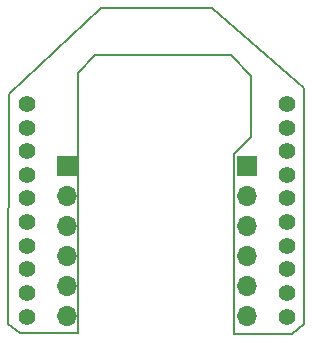
<source format=gts>
G04 #@! TF.GenerationSoftware,KiCad,Pcbnew,7.99.0-unknown-556120554e~172~ubuntu22.04.1*
G04 #@! TF.CreationDate,2023-08-17T23:45:12+09:00*
G04 #@! TF.ProjectId,bGeigieCast V1.6.0(StampS3),62476569-6769-4654-9361-73742056312e,rev?*
G04 #@! TF.SameCoordinates,Original*
G04 #@! TF.FileFunction,Soldermask,Top*
G04 #@! TF.FilePolarity,Negative*
%FSLAX46Y46*%
G04 Gerber Fmt 4.6, Leading zero omitted, Abs format (unit mm)*
G04 Created by KiCad (PCBNEW 7.99.0-unknown-556120554e~172~ubuntu22.04.1) date 2023-08-17 23:45:12*
%MOMM*%
%LPD*%
G01*
G04 APERTURE LIST*
%ADD10C,1.400000*%
%ADD11R,1.700000X1.700000*%
%ADD12O,1.700000X1.700000*%
G04 #@! TA.AperFunction,Profile*
%ADD13C,0.150000*%
G04 #@! TD*
G04 APERTURE END LIST*
D10*
X137400000Y-99350000D03*
X137400000Y-101350000D03*
X137400000Y-103350000D03*
X137400000Y-105350000D03*
X137400000Y-107350000D03*
X137400000Y-109350000D03*
X137400000Y-111350000D03*
X137400000Y-113350000D03*
X137400000Y-115350000D03*
X137400000Y-117350000D03*
X159400000Y-117350000D03*
X159400000Y-115350000D03*
X159400000Y-113350000D03*
X159400000Y-111350000D03*
X159400000Y-109350000D03*
X159400000Y-107350000D03*
X159400000Y-105350000D03*
X159400000Y-103350000D03*
X159400000Y-101350000D03*
X159400000Y-99350000D03*
D11*
X140796000Y-104592000D03*
D12*
X140796000Y-107132000D03*
X140796000Y-109672000D03*
X140796000Y-112212000D03*
X140796000Y-114752000D03*
X140796000Y-117292000D03*
D11*
X156050000Y-104592000D03*
D12*
X156050000Y-107132000D03*
X156050000Y-109672000D03*
X156050000Y-112212000D03*
X156050000Y-114752000D03*
X156050000Y-117292000D03*
D13*
X135836040Y-117988000D02*
X136850000Y-118750000D01*
X135923000Y-98496000D02*
X135836040Y-117988000D01*
X141765000Y-118741000D02*
X136850000Y-118750000D01*
X159832000Y-118816000D02*
X154973000Y-118816000D01*
X160850000Y-117950000D02*
X160866000Y-97996000D01*
X143670000Y-91257000D02*
X135923000Y-98496000D01*
X160850000Y-117950000D02*
X159832000Y-118816000D01*
X141765000Y-96718000D02*
X141765000Y-118741000D01*
X156360127Y-102138500D02*
X154973000Y-103576000D01*
X154719000Y-95194000D02*
X156370000Y-96972000D01*
X154973000Y-103576000D02*
X154973000Y-118816000D01*
X153068000Y-91257000D02*
X143670000Y-91257000D01*
X143162000Y-95194000D02*
X141765000Y-96718000D01*
X154719000Y-95194000D02*
X143162000Y-95194000D01*
X156379872Y-96972000D02*
X156360127Y-102138500D01*
X153068000Y-91257000D02*
X160866000Y-97996000D01*
M02*

</source>
